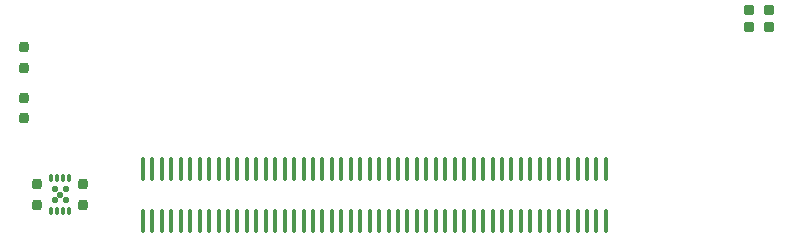
<source format=gtp>
G04 #@! TF.GenerationSoftware,KiCad,Pcbnew,8.0.6*
G04 #@! TF.CreationDate,2024-11-07T02:27:15-08:00*
G04 #@! TF.ProjectId,mse-50-ce,6d73652d-3530-42d6-9365-2e6b69636164,1*
G04 #@! TF.SameCoordinates,Original*
G04 #@! TF.FileFunction,Paste,Top*
G04 #@! TF.FilePolarity,Positive*
%FSLAX46Y46*%
G04 Gerber Fmt 4.6, Leading zero omitted, Abs format (unit mm)*
G04 Created by KiCad (PCBNEW 8.0.6) date 2024-11-07 02:27:15*
%MOMM*%
%LPD*%
G01*
G04 APERTURE LIST*
G04 Aperture macros list*
%AMRoundRect*
0 Rectangle with rounded corners*
0 $1 Rounding radius*
0 $2 $3 $4 $5 $6 $7 $8 $9 X,Y pos of 4 corners*
0 Add a 4 corners polygon primitive as box body*
4,1,4,$2,$3,$4,$5,$6,$7,$8,$9,$2,$3,0*
0 Add four circle primitives for the rounded corners*
1,1,$1+$1,$2,$3*
1,1,$1+$1,$4,$5*
1,1,$1+$1,$6,$7*
1,1,$1+$1,$8,$9*
0 Add four rect primitives between the rounded corners*
20,1,$1+$1,$2,$3,$4,$5,0*
20,1,$1+$1,$4,$5,$6,$7,0*
20,1,$1+$1,$6,$7,$8,$9,0*
20,1,$1+$1,$8,$9,$2,$3,0*%
G04 Aperture macros list end*
%ADD10RoundRect,0.100000X0.100000X0.900000X-0.100000X0.900000X-0.100000X-0.900000X0.100000X-0.900000X0*%
%ADD11RoundRect,0.200000X0.200000X-0.250000X0.200000X0.250000X-0.200000X0.250000X-0.200000X-0.250000X0*%
%ADD12RoundRect,0.200000X-0.200000X0.250000X-0.200000X-0.250000X0.200000X-0.250000X0.200000X0.250000X0*%
%ADD13RoundRect,0.200000X-0.250000X-0.200000X0.250000X-0.200000X0.250000X0.200000X-0.250000X0.200000X0*%
%ADD14RoundRect,0.200000X0.250000X0.200000X-0.250000X0.200000X-0.250000X-0.200000X0.250000X-0.200000X0*%
%ADD15RoundRect,0.125000X0.125000X-0.125000X0.125000X0.125000X-0.125000X0.125000X-0.125000X-0.125000X0*%
%ADD16RoundRect,0.046875X0.103125X-0.253125X0.103125X0.253125X-0.103125X0.253125X-0.103125X-0.253125X0*%
G04 APERTURE END LIST*
D10*
G04 #@! TO.C,J1*
X-57100000Y1800000D03*
X-57100000Y6200000D03*
X-56300000Y1800001D03*
X-56300000Y6199999D03*
X-55500000Y1800000D03*
X-55500000Y6200000D03*
X-54700001Y1800000D03*
X-54700001Y6200000D03*
X-53900000Y1800000D03*
X-53900000Y6200000D03*
X-53100000Y1800000D03*
X-53100000Y6200000D03*
X-52299999Y1800000D03*
X-52299999Y6200000D03*
X-51500000Y1800000D03*
X-51500000Y6200000D03*
X-50700000Y1800001D03*
X-50700000Y6199999D03*
X-49900000Y1800000D03*
X-49900000Y6200000D03*
X-49100000Y1800000D03*
X-49100000Y6200000D03*
X-48300000Y1800000D03*
X-48300000Y6200000D03*
X-47500000Y1800000D03*
X-47500000Y6200000D03*
X-46699999Y1800000D03*
X-46699999Y6200000D03*
X-45900000Y1800000D03*
X-45900000Y6200000D03*
X-45100000Y1800001D03*
X-45100000Y6199999D03*
X-44300000Y1800000D03*
X-44300000Y6200000D03*
X-43500000Y1800000D03*
X-43500000Y6200000D03*
X-42700000Y1800000D03*
X-42700000Y6200000D03*
X-41900000Y1800000D03*
X-41900000Y6200000D03*
X-41099999Y1800000D03*
X-41099999Y6200000D03*
X-40300000Y1800000D03*
X-40300000Y6200000D03*
X-39500000Y1800001D03*
X-39500000Y6199999D03*
X-38700000Y1800000D03*
X-38700000Y6200000D03*
X-37900000Y1800000D03*
X-37900000Y6200000D03*
X-37100000Y1800000D03*
X-37100000Y6200000D03*
X-36300000Y1800000D03*
X-36300000Y6200000D03*
X-35500000Y1800001D03*
X-35500000Y6199999D03*
X-34700000Y1800000D03*
X-34700000Y6200000D03*
X-33900001Y1800000D03*
X-33900001Y6200000D03*
X-33100000Y1800000D03*
X-33100000Y6200000D03*
X-32300000Y1800000D03*
X-32300000Y6200000D03*
X-31500000Y1800000D03*
X-31500000Y6200000D03*
X-30700000Y1800000D03*
X-30700000Y6200000D03*
X-29900000Y1800001D03*
X-29900000Y6199999D03*
X-29100000Y1800000D03*
X-29100000Y6200000D03*
X-28300001Y1800000D03*
X-28300001Y6200000D03*
X-27500000Y1800000D03*
X-27500000Y6200000D03*
X-26700000Y1800000D03*
X-26700000Y6200000D03*
X-25900000Y1800000D03*
X-25900000Y6200000D03*
X-25100000Y1800000D03*
X-25100000Y6200000D03*
X-24300000Y1800001D03*
X-24300000Y6199999D03*
X-23500000Y1800000D03*
X-23500000Y6200000D03*
X-22700001Y1800000D03*
X-22700001Y6200000D03*
X-21900000Y1800000D03*
X-21900000Y6200000D03*
X-21100000Y1800000D03*
X-21100000Y6200000D03*
X-20299999Y1800000D03*
X-20299999Y6200000D03*
X-19500000Y1800000D03*
X-19500000Y6200000D03*
X-18700000Y1800001D03*
X-18700000Y6199999D03*
X-17900000Y1800000D03*
X-17900000Y6200000D03*
G04 #@! TD*
D11*
G04 #@! TO.C,R3*
X-67200000Y10450000D03*
X-67200000Y12150000D03*
G04 #@! TD*
D12*
G04 #@! TO.C,R2*
X-67200000Y16450000D03*
X-67200000Y14750000D03*
G04 #@! TD*
D13*
G04 #@! TO.C,C2*
X-5750000Y19600000D03*
X-4050000Y19600000D03*
G04 #@! TD*
D11*
G04 #@! TO.C,C1*
X-66050000Y3150000D03*
X-66050000Y4850000D03*
G04 #@! TD*
D14*
G04 #@! TO.C,R4*
X-4050000Y18200000D03*
X-5750000Y18200000D03*
G04 #@! TD*
D11*
G04 #@! TO.C,R1*
X-62150000Y3150000D03*
X-62150000Y4850000D03*
G04 #@! TD*
D15*
G04 #@! TO.C,U1*
X-64550000Y3550000D03*
X-63650000Y3550000D03*
X-64100000Y4000000D03*
X-64550000Y4450000D03*
X-63650000Y4450000D03*
D16*
X-64850001Y2600000D03*
X-64350000Y2600000D03*
X-63850000Y2600000D03*
X-63349999Y2600000D03*
X-63349999Y5400000D03*
X-63850000Y5400000D03*
X-64350000Y5400000D03*
X-64850001Y5400000D03*
G04 #@! TD*
M02*

</source>
